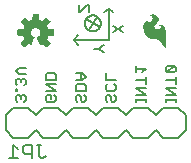
<source format=gbr>
G04 EAGLE Gerber RS-274X export*
G75*
%MOMM*%
%FSLAX34Y34*%
%LPD*%
%INSilkscreen Bottom*%
%IPPOS*%
%AMOC8*
5,1,8,0,0,1.08239X$1,22.5*%
G01*
%ADD10C,0.203200*%
%ADD11C,0.177800*%
%ADD12C,0.127000*%

G36*
X34720Y76346D02*
X34720Y76346D01*
X34828Y76356D01*
X34841Y76362D01*
X34855Y76364D01*
X34952Y76412D01*
X35051Y76457D01*
X35064Y76468D01*
X35073Y76472D01*
X35088Y76488D01*
X35165Y76550D01*
X37750Y79135D01*
X37813Y79224D01*
X37879Y79309D01*
X37884Y79322D01*
X37892Y79334D01*
X37923Y79437D01*
X37959Y79540D01*
X37959Y79554D01*
X37963Y79567D01*
X37959Y79675D01*
X37960Y79784D01*
X37955Y79797D01*
X37955Y79811D01*
X37917Y79913D01*
X37882Y80015D01*
X37873Y80030D01*
X37869Y80039D01*
X37855Y80056D01*
X37801Y80138D01*
X35037Y83528D01*
X35594Y84610D01*
X35600Y84630D01*
X35642Y84725D01*
X36013Y85884D01*
X40364Y86327D01*
X40468Y86355D01*
X40574Y86380D01*
X40586Y86387D01*
X40599Y86390D01*
X40689Y86451D01*
X40782Y86508D01*
X40790Y86519D01*
X40802Y86527D01*
X40868Y86613D01*
X40937Y86697D01*
X40941Y86710D01*
X40950Y86721D01*
X40984Y86824D01*
X41023Y86925D01*
X41024Y86943D01*
X41028Y86952D01*
X41028Y86974D01*
X41037Y87072D01*
X41037Y90728D01*
X41020Y90835D01*
X41006Y90943D01*
X41000Y90955D01*
X40998Y90969D01*
X40946Y91065D01*
X40899Y91162D01*
X40889Y91172D01*
X40883Y91184D01*
X40803Y91258D01*
X40727Y91335D01*
X40715Y91341D01*
X40705Y91351D01*
X40606Y91396D01*
X40509Y91444D01*
X40491Y91448D01*
X40482Y91452D01*
X40461Y91454D01*
X40364Y91473D01*
X36013Y91916D01*
X35642Y93075D01*
X35633Y93093D01*
X35631Y93100D01*
X35627Y93107D01*
X35594Y93190D01*
X35037Y94272D01*
X37801Y97662D01*
X37855Y97756D01*
X37912Y97848D01*
X37915Y97861D01*
X37922Y97873D01*
X37943Y97980D01*
X37968Y98085D01*
X37966Y98099D01*
X37969Y98113D01*
X37954Y98220D01*
X37944Y98328D01*
X37938Y98341D01*
X37936Y98355D01*
X37888Y98452D01*
X37843Y98551D01*
X37832Y98564D01*
X37828Y98573D01*
X37812Y98588D01*
X37750Y98665D01*
X35165Y101250D01*
X35076Y101313D01*
X34991Y101379D01*
X34978Y101384D01*
X34966Y101392D01*
X34863Y101423D01*
X34760Y101459D01*
X34746Y101459D01*
X34733Y101463D01*
X34625Y101459D01*
X34516Y101460D01*
X34503Y101455D01*
X34489Y101455D01*
X34387Y101417D01*
X34285Y101382D01*
X34270Y101373D01*
X34261Y101369D01*
X34244Y101355D01*
X34162Y101301D01*
X30772Y98537D01*
X29690Y99094D01*
X29670Y99100D01*
X29575Y99142D01*
X28416Y99513D01*
X27973Y103864D01*
X27945Y103968D01*
X27920Y104074D01*
X27913Y104086D01*
X27910Y104099D01*
X27849Y104189D01*
X27792Y104282D01*
X27781Y104290D01*
X27773Y104302D01*
X27687Y104368D01*
X27603Y104437D01*
X27590Y104441D01*
X27579Y104450D01*
X27476Y104484D01*
X27375Y104523D01*
X27357Y104524D01*
X27348Y104528D01*
X27326Y104528D01*
X27228Y104537D01*
X23572Y104537D01*
X23465Y104520D01*
X23357Y104506D01*
X23345Y104500D01*
X23331Y104498D01*
X23235Y104446D01*
X23138Y104399D01*
X23128Y104389D01*
X23116Y104383D01*
X23042Y104303D01*
X22965Y104227D01*
X22959Y104215D01*
X22949Y104205D01*
X22904Y104106D01*
X22856Y104009D01*
X22852Y103991D01*
X22848Y103982D01*
X22846Y103961D01*
X22827Y103864D01*
X22384Y99513D01*
X21225Y99142D01*
X21207Y99132D01*
X21110Y99094D01*
X20028Y98537D01*
X16638Y101301D01*
X16544Y101355D01*
X16452Y101412D01*
X16439Y101415D01*
X16427Y101422D01*
X16320Y101443D01*
X16215Y101468D01*
X16201Y101466D01*
X16187Y101469D01*
X16080Y101454D01*
X15972Y101444D01*
X15959Y101438D01*
X15946Y101436D01*
X15848Y101388D01*
X15749Y101343D01*
X15736Y101332D01*
X15727Y101328D01*
X15712Y101312D01*
X15635Y101250D01*
X13050Y98665D01*
X12987Y98576D01*
X12921Y98491D01*
X12916Y98478D01*
X12908Y98466D01*
X12877Y98363D01*
X12841Y98260D01*
X12841Y98246D01*
X12837Y98233D01*
X12841Y98125D01*
X12840Y98016D01*
X12845Y98003D01*
X12845Y97989D01*
X12883Y97887D01*
X12918Y97785D01*
X12927Y97770D01*
X12931Y97761D01*
X12945Y97744D01*
X12999Y97662D01*
X15763Y94272D01*
X15206Y93190D01*
X15200Y93170D01*
X15158Y93075D01*
X14787Y91916D01*
X10436Y91473D01*
X10332Y91445D01*
X10226Y91420D01*
X10214Y91413D01*
X10201Y91410D01*
X10111Y91349D01*
X10018Y91292D01*
X10010Y91281D01*
X9998Y91273D01*
X9932Y91187D01*
X9864Y91103D01*
X9859Y91090D01*
X9850Y91079D01*
X9816Y90976D01*
X9777Y90875D01*
X9776Y90857D01*
X9772Y90848D01*
X9773Y90826D01*
X9763Y90728D01*
X9763Y87072D01*
X9780Y86965D01*
X9794Y86857D01*
X9800Y86845D01*
X9802Y86831D01*
X9854Y86735D01*
X9901Y86638D01*
X9911Y86628D01*
X9917Y86616D01*
X9997Y86542D01*
X10073Y86465D01*
X10085Y86459D01*
X10096Y86449D01*
X10194Y86404D01*
X10291Y86356D01*
X10309Y86352D01*
X10318Y86348D01*
X10339Y86346D01*
X10436Y86327D01*
X14787Y85884D01*
X15158Y84725D01*
X15168Y84707D01*
X15206Y84610D01*
X15763Y83528D01*
X12999Y80138D01*
X12945Y80044D01*
X12888Y79952D01*
X12885Y79939D01*
X12878Y79927D01*
X12857Y79820D01*
X12832Y79715D01*
X12834Y79701D01*
X12831Y79687D01*
X12846Y79580D01*
X12856Y79472D01*
X12862Y79459D01*
X12864Y79446D01*
X12912Y79348D01*
X12957Y79249D01*
X12968Y79236D01*
X12972Y79227D01*
X12988Y79212D01*
X13050Y79135D01*
X15635Y76550D01*
X15724Y76487D01*
X15809Y76421D01*
X15822Y76416D01*
X15834Y76408D01*
X15937Y76377D01*
X16040Y76341D01*
X16054Y76341D01*
X16067Y76337D01*
X16175Y76341D01*
X16284Y76340D01*
X16297Y76345D01*
X16311Y76345D01*
X16413Y76383D01*
X16515Y76418D01*
X16530Y76427D01*
X16539Y76431D01*
X16556Y76445D01*
X16638Y76499D01*
X20028Y79263D01*
X21110Y78706D01*
X21163Y78689D01*
X21212Y78663D01*
X21278Y78652D01*
X21342Y78631D01*
X21398Y78632D01*
X21452Y78623D01*
X21519Y78634D01*
X21586Y78635D01*
X21638Y78653D01*
X21693Y78662D01*
X21753Y78694D01*
X21816Y78717D01*
X21859Y78751D01*
X21909Y78777D01*
X21955Y78826D01*
X22007Y78868D01*
X22038Y78915D01*
X22076Y78955D01*
X22132Y79060D01*
X22140Y79073D01*
X22141Y79078D01*
X22145Y79085D01*
X24298Y84282D01*
X24318Y84365D01*
X24323Y84378D01*
X24325Y84394D01*
X24350Y84479D01*
X24349Y84500D01*
X24354Y84520D01*
X24346Y84602D01*
X24347Y84621D01*
X24343Y84641D01*
X24339Y84722D01*
X24332Y84742D01*
X24330Y84763D01*
X24298Y84832D01*
X24292Y84859D01*
X24277Y84883D01*
X24251Y84950D01*
X24238Y84966D01*
X24229Y84985D01*
X24184Y85034D01*
X24164Y85066D01*
X24133Y85091D01*
X24095Y85137D01*
X24072Y85153D01*
X24062Y85163D01*
X24041Y85175D01*
X23976Y85220D01*
X23975Y85221D01*
X23974Y85222D01*
X23075Y85728D01*
X22388Y86372D01*
X21873Y87160D01*
X21561Y88048D01*
X21469Y88985D01*
X21602Y89917D01*
X21953Y90791D01*
X22502Y91556D01*
X23216Y92169D01*
X24056Y92594D01*
X24973Y92808D01*
X25914Y92798D01*
X26826Y92564D01*
X27656Y92121D01*
X28357Y91492D01*
X28889Y90715D01*
X29220Y89834D01*
X29333Y88899D01*
X29225Y87982D01*
X28905Y87114D01*
X28391Y86345D01*
X27712Y85718D01*
X26828Y85223D01*
X26786Y85190D01*
X26744Y85167D01*
X26713Y85134D01*
X26665Y85099D01*
X26653Y85083D01*
X26637Y85070D01*
X26602Y85015D01*
X26577Y84989D01*
X26564Y84959D01*
X26522Y84901D01*
X26516Y84882D01*
X26506Y84865D01*
X26487Y84790D01*
X26477Y84767D01*
X26474Y84743D01*
X26451Y84668D01*
X26452Y84648D01*
X26447Y84628D01*
X26454Y84542D01*
X26453Y84524D01*
X26456Y84508D01*
X26459Y84424D01*
X26467Y84399D01*
X26468Y84385D01*
X26478Y84363D01*
X26502Y84282D01*
X27431Y82039D01*
X27431Y82038D01*
X28362Y79791D01*
X28363Y79791D01*
X28655Y79085D01*
X28684Y79038D01*
X28705Y78986D01*
X28748Y78935D01*
X28784Y78878D01*
X28827Y78843D01*
X28863Y78800D01*
X28920Y78766D01*
X28972Y78723D01*
X29024Y78704D01*
X29072Y78675D01*
X29138Y78661D01*
X29201Y78637D01*
X29256Y78635D01*
X29310Y78624D01*
X29377Y78631D01*
X29444Y78629D01*
X29498Y78645D01*
X29553Y78652D01*
X29664Y78696D01*
X29678Y78700D01*
X29682Y78703D01*
X29690Y78706D01*
X30772Y79263D01*
X34162Y76499D01*
X34256Y76445D01*
X34348Y76388D01*
X34361Y76385D01*
X34373Y76378D01*
X34480Y76357D01*
X34585Y76332D01*
X34599Y76334D01*
X34613Y76331D01*
X34720Y76346D01*
G37*
G36*
X135172Y76118D02*
X135172Y76118D01*
X135214Y76133D01*
X135216Y76138D01*
X135220Y76140D01*
X135249Y76213D01*
X135253Y76224D01*
X135253Y76225D01*
X135253Y91389D01*
X135251Y91394D01*
X135253Y91400D01*
X135183Y92231D01*
X135177Y92242D01*
X135178Y92257D01*
X134938Y93056D01*
X134930Y93066D01*
X134928Y93080D01*
X134527Y93812D01*
X134517Y93820D01*
X134512Y93833D01*
X134042Y94383D01*
X134031Y94388D01*
X134024Y94400D01*
X133454Y94845D01*
X133442Y94848D01*
X133432Y94858D01*
X132784Y95179D01*
X132772Y95180D01*
X132760Y95188D01*
X132061Y95372D01*
X132050Y95371D01*
X132039Y95376D01*
X131099Y95449D01*
X131090Y95446D01*
X131079Y95449D01*
X130139Y95376D01*
X130135Y95374D01*
X130129Y95375D01*
X129646Y95299D01*
X129607Y95274D01*
X129567Y95253D01*
X129566Y95249D01*
X129563Y95247D01*
X129553Y95202D01*
X129541Y95158D01*
X129543Y95154D01*
X129542Y95150D01*
X129567Y95112D01*
X129591Y95073D01*
X129595Y95072D01*
X129597Y95069D01*
X129638Y95060D01*
X129678Y95048D01*
X129836Y95064D01*
X129974Y95036D01*
X130107Y94965D01*
X130931Y94366D01*
X131049Y94252D01*
X131121Y94114D01*
X131214Y93699D01*
X131214Y93271D01*
X131121Y92855D01*
X130915Y92451D01*
X130602Y92123D01*
X129996Y91758D01*
X129318Y91551D01*
X128607Y91516D01*
X127997Y91613D01*
X127411Y91811D01*
X126868Y92104D01*
X126443Y92469D01*
X126128Y92929D01*
X125942Y93454D01*
X125899Y94010D01*
X126001Y94558D01*
X126241Y95061D01*
X126611Y95496D01*
X126809Y95706D01*
X127404Y96337D01*
X127999Y96968D01*
X128064Y97037D01*
X128067Y97047D01*
X128076Y97053D01*
X129263Y98811D01*
X129265Y98824D01*
X129275Y98834D01*
X129555Y99522D01*
X129554Y99537D01*
X129563Y99552D01*
X129662Y100287D01*
X129658Y100302D01*
X129663Y100319D01*
X129576Y101056D01*
X129568Y101069D01*
X129568Y101087D01*
X129301Y101779D01*
X129290Y101790D01*
X129286Y101807D01*
X128855Y102410D01*
X128845Y102417D01*
X128839Y102429D01*
X128143Y103087D01*
X128135Y103090D01*
X128130Y103098D01*
X127353Y103658D01*
X127343Y103661D01*
X127335Y103669D01*
X126555Y104057D01*
X126543Y104058D01*
X126532Y104066D01*
X125692Y104297D01*
X125680Y104296D01*
X125668Y104302D01*
X124800Y104368D01*
X124790Y104364D01*
X124778Y104368D01*
X123878Y104282D01*
X123869Y104278D01*
X123859Y104279D01*
X122981Y104059D01*
X122973Y104053D01*
X122961Y104052D01*
X122733Y103951D01*
X122377Y103799D01*
X122376Y103799D01*
X121872Y103578D01*
X121862Y103567D01*
X121845Y103562D01*
X121410Y103224D01*
X121407Y103217D01*
X121399Y103213D01*
X121374Y103188D01*
X121371Y103187D01*
X121336Y103095D01*
X121377Y103006D01*
X121462Y102973D01*
X122065Y102973D01*
X122576Y102916D01*
X123066Y102777D01*
X123547Y102522D01*
X123942Y102152D01*
X124228Y101692D01*
X124385Y101173D01*
X124397Y100870D01*
X124338Y100570D01*
X124132Y100076D01*
X123849Y99618D01*
X123498Y99208D01*
X123086Y98854D01*
X122184Y98203D01*
X121696Y97954D01*
X121167Y97856D01*
X120628Y97914D01*
X120454Y97979D01*
X120093Y98227D01*
X119819Y98567D01*
X119775Y98670D01*
X119759Y98790D01*
X119759Y99670D01*
X119742Y99711D01*
X119728Y99753D01*
X119723Y99756D01*
X119721Y99761D01*
X119680Y99777D01*
X119640Y99796D01*
X119634Y99794D01*
X119629Y99796D01*
X119602Y99784D01*
X119553Y99768D01*
X118427Y98847D01*
X118421Y98835D01*
X118409Y98828D01*
X117502Y97691D01*
X117499Y97680D01*
X117490Y97672D01*
X116988Y96738D01*
X116987Y96728D01*
X116981Y96720D01*
X116623Y95723D01*
X116623Y95713D01*
X116618Y95704D01*
X116411Y94665D01*
X116413Y94655D01*
X116412Y94653D01*
X116413Y94653D01*
X116409Y94644D01*
X116349Y92716D01*
X116353Y92705D01*
X116350Y92693D01*
X116638Y90786D01*
X116644Y90776D01*
X116644Y90764D01*
X117272Y88940D01*
X117279Y88931D01*
X117281Y88919D01*
X118228Y87238D01*
X118236Y87232D01*
X118239Y87221D01*
X119124Y86114D01*
X119131Y86111D01*
X119133Y86105D01*
X119134Y86105D01*
X119136Y86101D01*
X120167Y85129D01*
X120175Y85126D01*
X120181Y85118D01*
X121338Y84301D01*
X121348Y84299D01*
X121356Y84291D01*
X122586Y83691D01*
X122597Y83690D01*
X122607Y83682D01*
X123926Y83314D01*
X123937Y83316D01*
X123948Y83310D01*
X125312Y83186D01*
X125317Y83188D01*
X125323Y83186D01*
X127598Y83186D01*
X127966Y83121D01*
X128317Y82994D01*
X129307Y82405D01*
X130161Y81623D01*
X135033Y76141D01*
X135037Y76139D01*
X135039Y76134D01*
X135081Y76118D01*
X135122Y76099D01*
X135126Y76101D01*
X135131Y76099D01*
X135172Y76118D01*
G37*
D10*
X87376Y82550D02*
X58166Y82550D01*
X61214Y78740D01*
X58166Y82550D02*
X60960Y86614D01*
X87376Y82550D02*
X87376Y108966D01*
X83566Y105918D01*
X87376Y108966D02*
X91186Y106172D01*
X76962Y102362D02*
X70358Y91186D01*
X68072Y100076D02*
X79502Y93472D01*
X66955Y96774D02*
X66957Y96939D01*
X66963Y97103D01*
X66973Y97267D01*
X66987Y97431D01*
X67005Y97595D01*
X67028Y97758D01*
X67054Y97920D01*
X67084Y98082D01*
X67118Y98243D01*
X67156Y98403D01*
X67198Y98562D01*
X67244Y98720D01*
X67293Y98877D01*
X67347Y99033D01*
X67404Y99187D01*
X67465Y99340D01*
X67530Y99491D01*
X67599Y99641D01*
X67671Y99789D01*
X67747Y99935D01*
X67826Y100079D01*
X67909Y100221D01*
X67995Y100361D01*
X68085Y100499D01*
X68178Y100635D01*
X68274Y100768D01*
X68374Y100899D01*
X68477Y101028D01*
X68583Y101154D01*
X68692Y101277D01*
X68804Y101397D01*
X68919Y101515D01*
X69037Y101630D01*
X69157Y101742D01*
X69280Y101851D01*
X69406Y101957D01*
X69535Y102060D01*
X69666Y102160D01*
X69799Y102256D01*
X69935Y102349D01*
X70073Y102439D01*
X70213Y102525D01*
X70355Y102608D01*
X70499Y102687D01*
X70645Y102763D01*
X70793Y102835D01*
X70943Y102904D01*
X71094Y102969D01*
X71247Y103030D01*
X71401Y103087D01*
X71557Y103141D01*
X71714Y103190D01*
X71872Y103236D01*
X72031Y103278D01*
X72191Y103316D01*
X72352Y103350D01*
X72514Y103380D01*
X72676Y103406D01*
X72839Y103429D01*
X73003Y103447D01*
X73167Y103461D01*
X73331Y103471D01*
X73495Y103477D01*
X73660Y103479D01*
X73825Y103477D01*
X73989Y103471D01*
X74153Y103461D01*
X74317Y103447D01*
X74481Y103429D01*
X74644Y103406D01*
X74806Y103380D01*
X74968Y103350D01*
X75129Y103316D01*
X75289Y103278D01*
X75448Y103236D01*
X75606Y103190D01*
X75763Y103141D01*
X75919Y103087D01*
X76073Y103030D01*
X76226Y102969D01*
X76377Y102904D01*
X76527Y102835D01*
X76675Y102763D01*
X76821Y102687D01*
X76965Y102608D01*
X77107Y102525D01*
X77247Y102439D01*
X77385Y102349D01*
X77521Y102256D01*
X77654Y102160D01*
X77785Y102060D01*
X77914Y101957D01*
X78040Y101851D01*
X78163Y101742D01*
X78283Y101630D01*
X78401Y101515D01*
X78516Y101397D01*
X78628Y101277D01*
X78737Y101154D01*
X78843Y101028D01*
X78946Y100899D01*
X79046Y100768D01*
X79142Y100635D01*
X79235Y100499D01*
X79325Y100361D01*
X79411Y100221D01*
X79494Y100079D01*
X79573Y99935D01*
X79649Y99789D01*
X79721Y99641D01*
X79790Y99491D01*
X79855Y99340D01*
X79916Y99187D01*
X79973Y99033D01*
X80027Y98877D01*
X80076Y98720D01*
X80122Y98562D01*
X80164Y98403D01*
X80202Y98243D01*
X80236Y98082D01*
X80266Y97920D01*
X80292Y97758D01*
X80315Y97595D01*
X80333Y97431D01*
X80347Y97267D01*
X80357Y97103D01*
X80363Y96939D01*
X80365Y96774D01*
X80363Y96609D01*
X80357Y96445D01*
X80347Y96281D01*
X80333Y96117D01*
X80315Y95953D01*
X80292Y95790D01*
X80266Y95628D01*
X80236Y95466D01*
X80202Y95305D01*
X80164Y95145D01*
X80122Y94986D01*
X80076Y94828D01*
X80027Y94671D01*
X79973Y94515D01*
X79916Y94361D01*
X79855Y94208D01*
X79790Y94057D01*
X79721Y93907D01*
X79649Y93759D01*
X79573Y93613D01*
X79494Y93469D01*
X79411Y93327D01*
X79325Y93187D01*
X79235Y93049D01*
X79142Y92913D01*
X79046Y92780D01*
X78946Y92649D01*
X78843Y92520D01*
X78737Y92394D01*
X78628Y92271D01*
X78516Y92151D01*
X78401Y92033D01*
X78283Y91918D01*
X78163Y91806D01*
X78040Y91697D01*
X77914Y91591D01*
X77785Y91488D01*
X77654Y91388D01*
X77521Y91292D01*
X77385Y91199D01*
X77247Y91109D01*
X77107Y91023D01*
X76965Y90940D01*
X76821Y90861D01*
X76675Y90785D01*
X76527Y90713D01*
X76377Y90644D01*
X76226Y90579D01*
X76073Y90518D01*
X75919Y90461D01*
X75763Y90407D01*
X75606Y90358D01*
X75448Y90312D01*
X75289Y90270D01*
X75129Y90232D01*
X74968Y90198D01*
X74806Y90168D01*
X74644Y90142D01*
X74481Y90119D01*
X74317Y90101D01*
X74153Y90087D01*
X73989Y90077D01*
X73825Y90071D01*
X73660Y90069D01*
X73495Y90071D01*
X73331Y90077D01*
X73167Y90087D01*
X73003Y90101D01*
X72839Y90119D01*
X72676Y90142D01*
X72514Y90168D01*
X72352Y90198D01*
X72191Y90232D01*
X72031Y90270D01*
X71872Y90312D01*
X71714Y90358D01*
X71557Y90407D01*
X71401Y90461D01*
X71247Y90518D01*
X71094Y90579D01*
X70943Y90644D01*
X70793Y90713D01*
X70645Y90785D01*
X70499Y90861D01*
X70355Y90940D01*
X70213Y91023D01*
X70073Y91109D01*
X69935Y91199D01*
X69799Y91292D01*
X69666Y91388D01*
X69535Y91488D01*
X69406Y91591D01*
X69280Y91697D01*
X69157Y91806D01*
X69037Y91918D01*
X68919Y92033D01*
X68804Y92151D01*
X68692Y92271D01*
X68583Y92394D01*
X68477Y92520D01*
X68374Y92649D01*
X68274Y92780D01*
X68178Y92913D01*
X68085Y93049D01*
X67995Y93187D01*
X67909Y93327D01*
X67826Y93469D01*
X67747Y93613D01*
X67671Y93759D01*
X67599Y93907D01*
X67530Y94057D01*
X67465Y94208D01*
X67404Y94361D01*
X67347Y94515D01*
X67293Y94671D01*
X67244Y94828D01*
X67198Y94986D01*
X67156Y95145D01*
X67118Y95305D01*
X67084Y95466D01*
X67054Y95628D01*
X67028Y95790D01*
X67005Y95953D01*
X66987Y96117D01*
X66973Y96281D01*
X66963Y96445D01*
X66957Y96609D01*
X66955Y96774D01*
D11*
X40900Y35692D02*
X42298Y34294D01*
X42298Y31497D01*
X40900Y30099D01*
X35307Y30099D01*
X33909Y31497D01*
X33909Y34294D01*
X35307Y35692D01*
X38104Y35692D01*
X38104Y32895D01*
X33909Y39454D02*
X42298Y39454D01*
X33909Y45047D01*
X42298Y45047D01*
X42298Y48809D02*
X33909Y48809D01*
X33909Y53004D01*
X35307Y54402D01*
X40900Y54402D01*
X42298Y53004D01*
X42298Y48809D01*
X135509Y32895D02*
X135509Y30099D01*
X135509Y31497D02*
X143898Y31497D01*
X143898Y30099D02*
X143898Y32895D01*
X143898Y36336D02*
X135509Y36336D01*
X135509Y41929D02*
X143898Y36336D01*
X143898Y41929D02*
X135509Y41929D01*
X135509Y48487D02*
X143898Y48487D01*
X143898Y45691D02*
X143898Y51284D01*
X142500Y55046D02*
X136907Y55046D01*
X142500Y55046D02*
X143898Y56444D01*
X143898Y59241D01*
X142500Y60639D01*
X136907Y60639D01*
X135509Y59241D01*
X135509Y56444D01*
X136907Y55046D01*
X142500Y60639D01*
X67698Y34294D02*
X66300Y35692D01*
X67698Y34294D02*
X67698Y31497D01*
X66300Y30099D01*
X64902Y30099D01*
X63504Y31497D01*
X63504Y34294D01*
X62105Y35692D01*
X60707Y35692D01*
X59309Y34294D01*
X59309Y31497D01*
X60707Y30099D01*
X59309Y39454D02*
X67698Y39454D01*
X59309Y39454D02*
X59309Y43649D01*
X60707Y45047D01*
X66300Y45047D01*
X67698Y43649D01*
X67698Y39454D01*
X64902Y48809D02*
X59309Y48809D01*
X64902Y48809D02*
X67698Y51606D01*
X64902Y54402D01*
X59309Y54402D01*
X63504Y54402D02*
X63504Y48809D01*
X91700Y35692D02*
X93098Y34294D01*
X93098Y31497D01*
X91700Y30099D01*
X90302Y30099D01*
X88904Y31497D01*
X88904Y34294D01*
X87505Y35692D01*
X86107Y35692D01*
X84709Y34294D01*
X84709Y31497D01*
X86107Y30099D01*
X93098Y43649D02*
X91700Y45047D01*
X93098Y43649D02*
X93098Y40852D01*
X91700Y39454D01*
X86107Y39454D01*
X84709Y40852D01*
X84709Y43649D01*
X86107Y45047D01*
X84709Y48809D02*
X93098Y48809D01*
X84709Y48809D02*
X84709Y54402D01*
X110109Y32895D02*
X110109Y30099D01*
X110109Y31497D02*
X118498Y31497D01*
X118498Y30099D02*
X118498Y32895D01*
X118498Y36336D02*
X110109Y36336D01*
X110109Y41929D02*
X118498Y36336D01*
X118498Y41929D02*
X110109Y41929D01*
X110109Y48487D02*
X118498Y48487D01*
X118498Y45691D02*
X118498Y51284D01*
X115702Y55046D02*
X118498Y57843D01*
X110109Y57843D01*
X110109Y60639D02*
X110109Y55046D01*
X16898Y31497D02*
X15500Y30099D01*
X16898Y31497D02*
X16898Y34294D01*
X15500Y35692D01*
X14102Y35692D01*
X12704Y34294D01*
X12704Y32895D01*
X12704Y34294D02*
X11305Y35692D01*
X9907Y35692D01*
X8509Y34294D01*
X8509Y31497D01*
X9907Y30099D01*
X9907Y39454D02*
X8509Y39454D01*
X9907Y39454D02*
X9907Y40852D01*
X8509Y40852D01*
X8509Y39454D01*
X15500Y44132D02*
X16898Y45530D01*
X16898Y48326D01*
X15500Y49725D01*
X14102Y49725D01*
X12704Y48326D01*
X12704Y46928D01*
X12704Y48326D02*
X11305Y49725D01*
X9907Y49725D01*
X8509Y48326D01*
X8509Y45530D01*
X9907Y44132D01*
X11305Y53487D02*
X16898Y53487D01*
X11305Y53487D02*
X8509Y56283D01*
X11305Y59080D01*
X16898Y59080D01*
X90805Y94620D02*
X99194Y89027D01*
X99194Y94620D02*
X90805Y89027D01*
X70238Y106553D02*
X70238Y112146D01*
X68840Y112146D01*
X63247Y106553D01*
X61849Y106553D01*
X61849Y112146D01*
X82048Y72517D02*
X83446Y72517D01*
X82048Y72517D02*
X79252Y75313D01*
X82048Y78110D01*
X83446Y78110D01*
X79252Y75313D02*
X75057Y75313D01*
D10*
X127000Y6350D02*
X133350Y0D01*
X146050Y0D01*
X152400Y6350D01*
X152400Y19050D02*
X146050Y25400D01*
X133350Y25400D01*
X127000Y19050D01*
X95250Y0D02*
X82550Y0D01*
X95250Y0D02*
X101600Y6350D01*
X101600Y19050D02*
X95250Y25400D01*
X101600Y6350D02*
X107950Y0D01*
X120650Y0D01*
X127000Y6350D01*
X127000Y19050D02*
X120650Y25400D01*
X107950Y25400D01*
X101600Y19050D01*
X57150Y0D02*
X50800Y6350D01*
X57150Y0D02*
X69850Y0D01*
X76200Y6350D01*
X76200Y19050D02*
X69850Y25400D01*
X57150Y25400D01*
X50800Y19050D01*
X76200Y6350D02*
X82550Y0D01*
X76200Y19050D02*
X82550Y25400D01*
X95250Y25400D01*
X19050Y0D02*
X6350Y0D01*
X19050Y0D02*
X25400Y6350D01*
X25400Y19050D02*
X19050Y25400D01*
X25400Y6350D02*
X31750Y0D01*
X44450Y0D01*
X50800Y6350D01*
X50800Y19050D02*
X44450Y25400D01*
X31750Y25400D01*
X25400Y19050D01*
X0Y19050D02*
X0Y6350D01*
X6350Y0D01*
X0Y19050D02*
X6350Y25400D01*
X19050Y25400D01*
X152400Y19050D02*
X152400Y6350D01*
D12*
X33685Y-15746D02*
X31778Y-17653D01*
X29872Y-17653D01*
X27965Y-15746D01*
X27965Y-6213D01*
X29872Y-6213D02*
X26058Y-6213D01*
X21991Y-6213D02*
X21991Y-17653D01*
X21991Y-6213D02*
X16271Y-6213D01*
X14365Y-8120D01*
X14365Y-11933D01*
X16271Y-13840D01*
X21991Y-13840D01*
X10297Y-10027D02*
X6484Y-6213D01*
X6484Y-17653D01*
X10297Y-17653D02*
X2671Y-17653D01*
M02*

</source>
